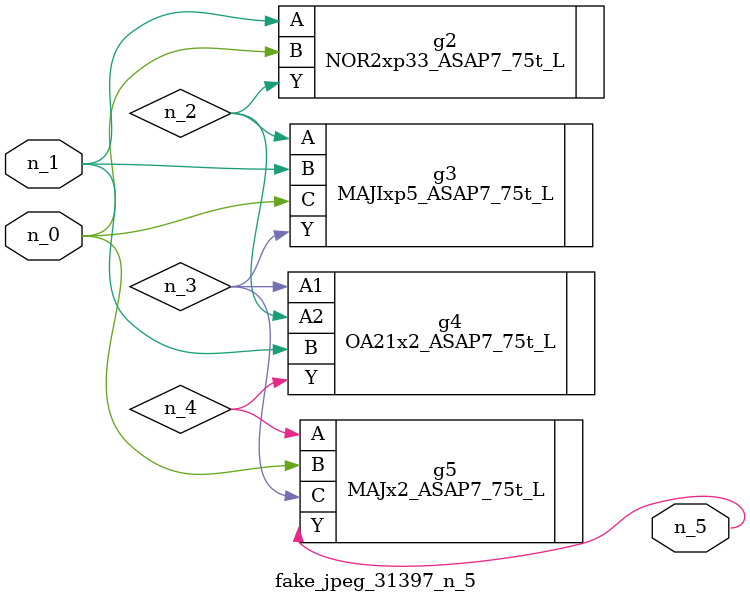
<source format=v>
module fake_jpeg_31397_n_5 (n_0, n_1, n_5);

input n_0;
input n_1;

output n_5;

wire n_3;
wire n_2;
wire n_4;

NOR2xp33_ASAP7_75t_L g2 ( 
.A(n_1),
.B(n_0),
.Y(n_2)
);

MAJIxp5_ASAP7_75t_L g3 ( 
.A(n_2),
.B(n_1),
.C(n_0),
.Y(n_3)
);

OA21x2_ASAP7_75t_L g4 ( 
.A1(n_3),
.A2(n_2),
.B(n_1),
.Y(n_4)
);

MAJx2_ASAP7_75t_L g5 ( 
.A(n_4),
.B(n_0),
.C(n_3),
.Y(n_5)
);


endmodule
</source>
